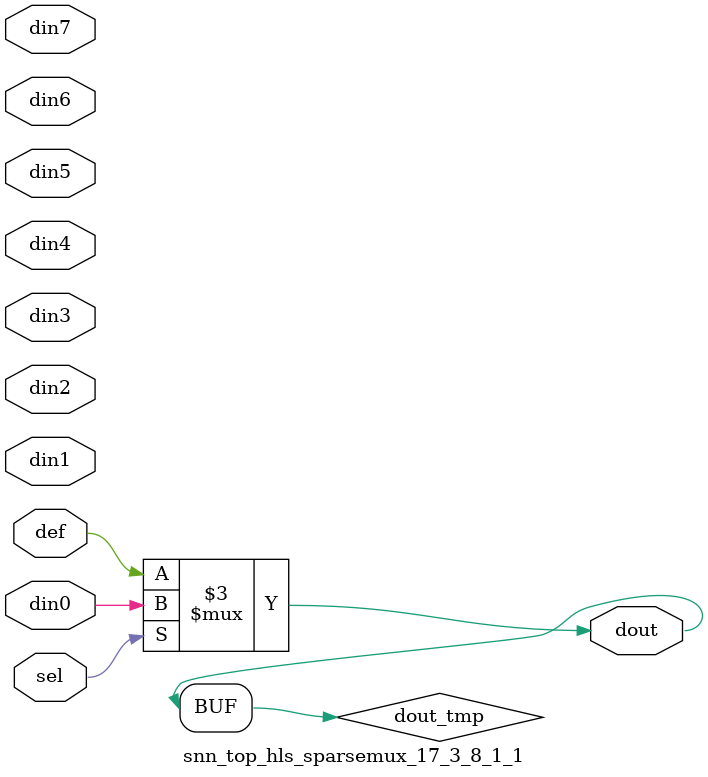
<source format=v>
`timescale 1ns / 1ps

(* DowngradeIPIdentifiedWarnings="yes" *) module snn_top_hls_sparsemux_17_3_8_1_1 (din0,din1,din2,din3,din4,din5,din6,din7,def,sel,dout);

parameter din0_WIDTH = 1;

parameter din1_WIDTH = 1;

parameter din2_WIDTH = 1;

parameter din3_WIDTH = 1;

parameter din4_WIDTH = 1;

parameter din5_WIDTH = 1;

parameter din6_WIDTH = 1;

parameter din7_WIDTH = 1;

parameter def_WIDTH = 1;
parameter sel_WIDTH = 1;
parameter dout_WIDTH = 1;

parameter [sel_WIDTH-1:0] CASE0 = 1;

parameter [sel_WIDTH-1:0] CASE1 = 1;

parameter [sel_WIDTH-1:0] CASE2 = 1;

parameter [sel_WIDTH-1:0] CASE3 = 1;

parameter [sel_WIDTH-1:0] CASE4 = 1;

parameter [sel_WIDTH-1:0] CASE5 = 1;

parameter [sel_WIDTH-1:0] CASE6 = 1;

parameter [sel_WIDTH-1:0] CASE7 = 1;

parameter ID = 1;
parameter NUM_STAGE = 1;



input [din0_WIDTH-1:0] din0;

input [din1_WIDTH-1:0] din1;

input [din2_WIDTH-1:0] din2;

input [din3_WIDTH-1:0] din3;

input [din4_WIDTH-1:0] din4;

input [din5_WIDTH-1:0] din5;

input [din6_WIDTH-1:0] din6;

input [din7_WIDTH-1:0] din7;

input [def_WIDTH-1:0] def;
input [sel_WIDTH-1:0] sel;

output [dout_WIDTH-1:0] dout;



reg [dout_WIDTH-1:0] dout_tmp;


always @ (*) begin
(* parallel_case *) case (sel)
    
    CASE0 : dout_tmp = din0;
    
    CASE1 : dout_tmp = din1;
    
    CASE2 : dout_tmp = din2;
    
    CASE3 : dout_tmp = din3;
    
    CASE4 : dout_tmp = din4;
    
    CASE5 : dout_tmp = din5;
    
    CASE6 : dout_tmp = din6;
    
    CASE7 : dout_tmp = din7;
    
    default : dout_tmp = def;
endcase
end


assign dout = dout_tmp;



endmodule

</source>
